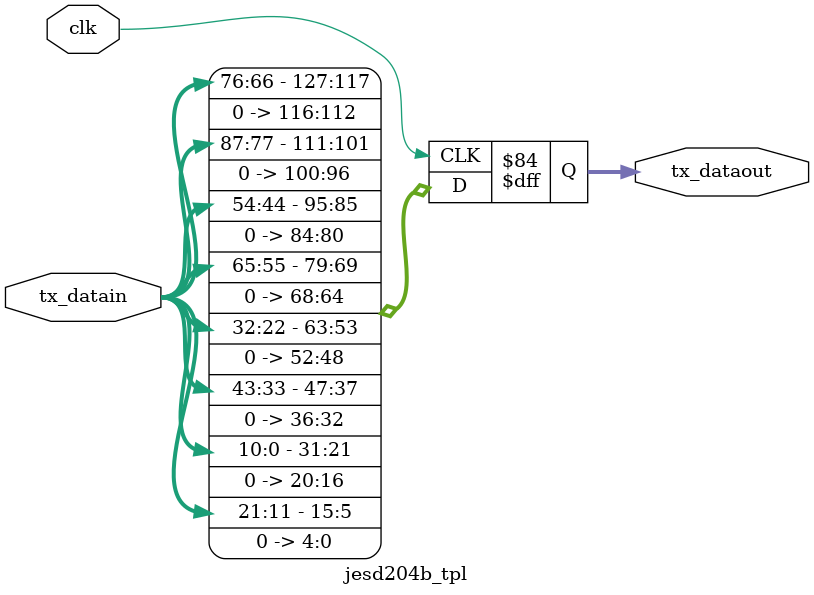
<source format=v>
`timescale 1ns / 1ps


module jesd204b_tpl #(
	/* Parameters declaration */
	parameter LANES = 4,		// Number of lanes in the link
	parameter CONVERTERS = 8,	// Number of converters
	parameter RESOLUTION = 11,	// Converter resolution
	parameter CONTROL = 2, 		// Number of control bit
	parameter SAMPLE_SIZE = 16,	// Number of bits per sample
	parameter SAMPLES = 1 		// Number of samples per frame
	) (
	/* Input, output declaration 
		Input: Converter 0 with resolution 11 will be tx_datain[10:0]
		Output: Lane 0 with 4 octets will be tx_dataout[31:0]
		        starting at Octet 0 [31:24] -> Octet 4 [7:0]          */
    input clk,
	input [SAMPLES*CONVERTERS*RESOLUTION-1:0] tx_datain,
	output reg [SAMPLES*CONVERTERS*SAMPLE_SIZE-1:0] tx_dataout
	);
	
    /* Parameters calculation */
    localparam TAILS = SAMPLE_SIZE - RESOLUTION - CONTROL;                  // Number of tail bits
    localparam OCTETS = (CONVERTERS * SAMPLES * SAMPLE_SIZE) / (8 * LANES); // Number of octets per frame per lane
	
	/* Actual mapping of the transport layer */ 
	integer i, j, k;   // represent lane index, octet index, converter index
	always @(posedge clk) begin 
	   k = 0;
        // Looping for each lane
		for (i = 0; i < LANES; i = i+1) begin
            // Looping for every 2 octets 
			for (j = OCTETS; j > 0; j = j-2) begin
                // Octet 0 or 2
                tx_dataout[i*8*OCTETS+(j-1)*8 +: 8] = tx_datain[k*RESOLUTION+RESOLUTION-8 +: 8];
                // Octet 1 or 3
                tx_dataout[i*8*OCTETS+(j-2)*8 +: 8] = tx_datain[k*RESOLUTION +: RESOLUTION-8] << (CONTROL+TAILS);	
                // Next converter index
                k = k + 1;	
			end
		end
	end
	
endmodule	

</source>
